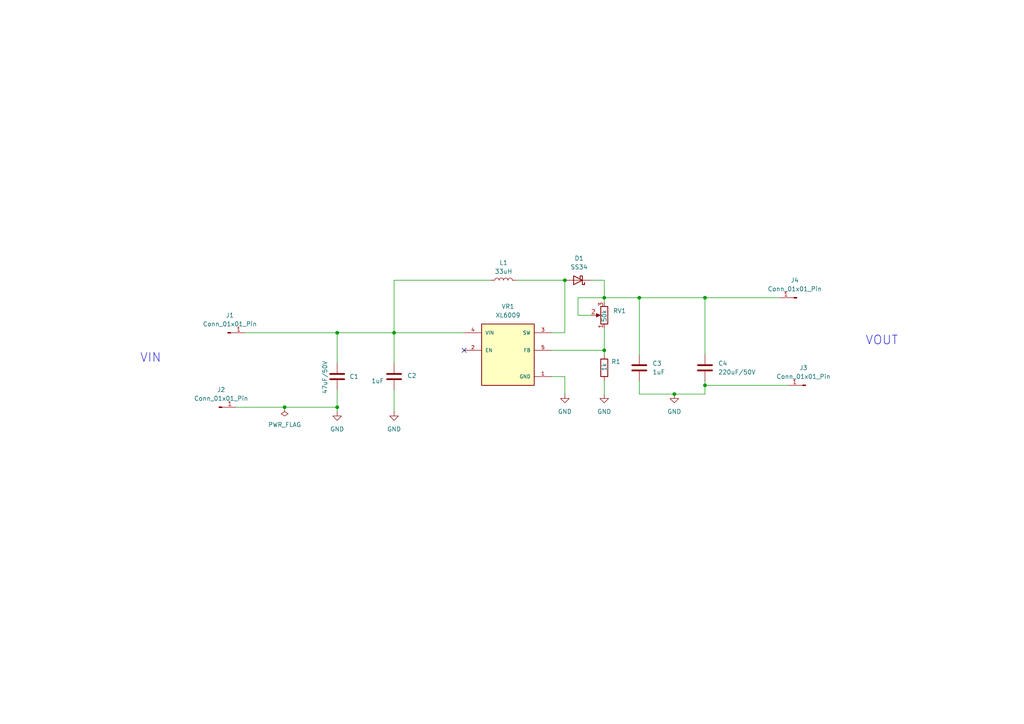
<source format=kicad_sch>
(kicad_sch (version 20250114) (generator "eeschema") (generator_version "9.0")
  (paper "A4")
  (title_block (title "DC-DC Boost Converter") (date "2025-11-24") (comment 1 "By Harshal"))
  (lib_symbols
    (symbol "Connector:Conn_01x01_Pin" (pin_names (offset 1.016) (hide yes))
      (property "Reference" "J" (at 0 2.54 0))
      (property "Value" "Conn_01x01_Pin" (at 0 -2.54 0))
      (symbol "Conn_01x01_Pin_1_1"
        (rectangle (start 0.8636 0.127) (end 0 -0.127) (stroke (width 0.1524)) (fill (type outline)))
        (polyline (pts (xy 1.27 0) (xy 0.8636 0)) (stroke (width 0.1524)))
        (pin passive line (at 5.08 0 180) (length 3.81) (name "Pin_1") (number "1"))
      )
    )
    (symbol "Device:C" (pin_numbers (hide yes)) (pin_names (offset 0.254))
      (property "Reference" "C" (at 0.635 2.54 0))
      (property "Value" "C" (at 0.635 -2.54 0))
      (symbol "C_0_1"
        (polyline (pts (xy -2.032 0.762) (xy 2.032 0.762)) (stroke (width 0.508)))
        (polyline (pts (xy -2.032 -0.762) (xy 2.032 -0.762)) (stroke (width 0.508)))
      )
      (symbol "C_1_1"
        (pin passive line (at 0 3.81 270) (length 2.794) (name "~") (number "1"))
        (pin passive line (at 0 -3.81 90) (length 2.794) (name "~") (number "2"))
      )
    )
    (symbol "Device:L" (pin_numbers (hide yes)) (pin_names (offset 1.016) (hide yes))
      (property "Reference" "L" (at -1.27 0 90))
      (property "Value" "L" (at 1.905 0 90))
      (symbol "L_0_1"
        (arc (start 0 2.54) (mid 0.6323 1.905) (end 0 1.27))
        (arc (start 0 1.27) (mid 0.6323 0.635) (end 0 0))
        (arc (start 0 0) (mid 0.6323 -0.635) (end 0 -1.27))
        (arc (start 0 -1.27) (mid 0.6323 -1.905) (end 0 -2.54))
      )
      (symbol "L_1_1"
        (pin passive line (at 0 3.81 270) (length 1.27) (name "1") (number "1"))
        (pin passive line (at 0 -3.81 90) (length 1.27) (name "2") (number "2"))
      )
    )
    (symbol "Device:R" (pin_numbers (hide yes)) (pin_names (offset 0))
      (property "Reference" "R" (at 2.032 0 90))
      (property "Value" "R" (at 0 0 90))
      (symbol "R_0_1"
        (rectangle (start -1.016 -2.54) (end 1.016 2.54) (stroke (width 0.254)))
      )
      (symbol "R_1_1"
        (pin passive line (at 0 3.81 270) (length 1.27) (name "~") (number "1"))
        (pin passive line (at 0 -3.81 90) (length 1.27) (name "~") (number "2"))
      )
    )
    (symbol "Device:R_Potentiometer" (pin_names (offset 1.016) (hide yes))
      (property "Reference" "RV" (at -4.445 0 90))
      (property "Value" "R_Potentiometer" (at -2.54 0 90))
      (symbol "R_Potentiometer_0_1"
        (rectangle (start 1.016 2.54) (end -1.016 -2.54) (stroke (width 0.254)))
        (polyline (pts (xy 1.143 0) (xy 2.286 0.508) (xy 2.286 -0.508) (xy 1.143 0)) (fill (type outline)))
        (polyline (pts (xy 2.54 0) (xy 1.524 0)))
      )
      (symbol "R_Potentiometer_1_1"
        (pin passive line (at 0 3.81 270) (length 1.27) (name "1") (number "1"))
        (pin passive line (at 0 -3.81 90) (length 1.27) (name "3") (number "3"))
        (pin passive line (at 3.81 0 180) (length 1.27) (name "2") (number "2"))
      )
    )
    (symbol "Diode:SS34" (pin_numbers (hide yes)) (pin_names (offset 1.016) (hide yes))
      (property "Reference" "D" (at 0 2.54 0))
      (property "Value" "SS34" (at 0 -2.54 0))
      (symbol "SS34_0_1"
        (polyline (pts (xy -1.905 0.635) (xy -1.905 1.27) (xy -1.27 1.27) (xy -1.27 -1.27) (xy -0.635 -1.27) (xy -0.635 -0.635)) (stroke (width 0.254)))
        (polyline (pts (xy 1.27 1.27) (xy 1.27 -1.27) (xy -1.27 0) (xy 1.27 1.27)) (stroke (width 0.254)))
        (polyline (pts (xy 1.27 0) (xy -1.27 0)))
      )
      (symbol "SS34_1_1"
        (pin passive line (at -3.81 0 0) (length 2.54) (name "K") (number "1"))
        (pin passive line (at 3.81 0 180) (length 2.54) (name "A") (number "2"))
      )
    )
    (symbol "XL6009:XL6009" (pin_names (offset 1.016))
      (property "Reference" "VR" (at -7.62 8.89 0))
      (property "Value" "XL6009" (at -7.62 -11.43 0))
      (symbol "XL6009_0_0"
        (rectangle (start -7.62 -10.16) (end 7.62 7.62) (stroke (width 0.254)) (fill (type background)))
        (pin input line (at -12.7 5.08 0) (length 5.08) (name "VIN") (number "4"))
        (pin input line (at -12.7 0 0) (length 5.08) (name "EN") (number "2"))
        (pin output line (at 12.7 5.08 180) (length 5.08) (name "SW") (number "3"))
        (pin output line (at 12.7 5.08 180) (length 5.08) (hide yes) (name "SW") (number "6"))
        (pin input line (at 12.7 0 180) (length 5.08) (name "FB") (number "5"))
        (pin power_in line (at 12.7 -7.62 180) (length 5.08) (name "GND") (number "1"))
      )
    )
    (symbol "power:GND" (power) (pin_numbers (hide yes)) (pin_names (offset 0) (hide yes))
      (property "Value" "GND" (at 0 -3.81 0))
      (symbol "GND_0_1"
        (polyline (pts (xy 0 0) (xy 0 -1.27) (xy 1.27 -1.27) (xy 0 -2.54) (xy -1.27 -1.27) (xy 0 -1.27)))
      )
      (symbol "GND_1_1"
        (pin power_in line (at 0 0 270) (length 0) (name "~") (number "1"))
      )
    )
    (symbol "power:PWR_FLAG" (power) (pin_numbers (hide yes)) (pin_names (offset 0) (hide yes))
      (property "Value" "PWR_FLAG" (at 0 3.81 0))
      (symbol "PWR_FLAG_0_0"
        (pin power_out line (at 0 0 90) (length 0) (name "~") (number "1"))
      )
      (symbol "PWR_FLAG_0_1"
        (polyline (pts (xy 0 0) (xy 0 1.27) (xy -1.016 1.905) (xy 0 2.54) (xy 1.016 1.905) (xy 0 1.27)))
      )
    )
  )
  (text "VOUT" (at 255.778 98.806 0) (effects (font (size 2.54 2.54))))
  (text "VIN" (at 43.688 103.886 0) (effects (font (size 2.54 2.54))))
  (junction (at 204.47 86.36))
  (junction (at 82.55 118.11))
  (junction (at 175.26 101.6))
  (junction (at 97.79 118.11))
  (junction (at 204.47 111.76))
  (junction (at 97.79 96.52))
  (junction (at 185.42 86.36))
  (junction (at 163.83 81.28))
  (junction (at 114.3 96.52))
  (junction (at 195.58 114.3))
  (junction (at 175.26 86.36))
  (no_connect (at 134.62 101.6))
  (wire (pts (xy 97.79 96.52) (xy 114.3 96.52)))
  (wire (pts (xy 160.02 101.6) (xy 175.26 101.6)))
  (wire (pts (xy 204.47 111.76) (xy 204.47 114.3)))
  (wire (pts (xy 97.79 105.41) (xy 97.79 96.52)))
  (wire (pts (xy 171.45 81.28) (xy 175.26 81.28)))
  (wire (pts (xy 114.3 96.52) (xy 134.62 96.52)))
  (wire (pts (xy 175.26 81.28) (xy 175.26 86.36)))
  (wire (pts (xy 167.64 86.36) (xy 175.26 86.36)))
  (wire (pts (xy 175.26 114.3) (xy 175.26 110.49)))
  (wire (pts (xy 149.86 81.28) (xy 163.83 81.28)))
  (wire (pts (xy 226.06 86.36) (xy 204.47 86.36)))
  (wire (pts (xy 160.02 96.52) (xy 163.83 96.52)))
  (wire (pts (xy 175.26 86.36) (xy 175.26 87.63)))
  (wire (pts (xy 97.79 119.38) (xy 97.79 118.11)))
  (wire (pts (xy 204.47 86.36) (xy 185.42 86.36)))
  (wire (pts (xy 185.42 110.49) (xy 185.42 114.3)))
  (wire (pts (xy 204.47 102.87) (xy 204.47 86.36)))
  (wire (pts (xy 68.58 118.11) (xy 82.55 118.11)))
  (wire (pts (xy 175.26 95.25) (xy 175.26 101.6)))
  (wire (pts (xy 185.42 86.36) (xy 175.26 86.36)))
  (wire (pts (xy 195.58 114.3) (xy 204.47 114.3)))
  (wire (pts (xy 114.3 119.38) (xy 114.3 113.03)))
  (wire (pts (xy 171.45 91.44) (xy 167.64 91.44)))
  (wire (pts (xy 114.3 105.41) (xy 114.3 96.52)))
  (wire (pts (xy 82.55 118.11) (xy 97.79 118.11)))
  (wire (pts (xy 163.83 96.52) (xy 163.83 81.28)))
  (wire (pts (xy 175.26 101.6) (xy 175.26 102.87)))
  (wire (pts (xy 228.6 111.76) (xy 204.47 111.76)))
  (wire (pts (xy 142.24 81.28) (xy 114.3 81.28)))
  (wire (pts (xy 163.83 114.3) (xy 163.83 109.22)))
  (wire (pts (xy 163.83 109.22) (xy 160.02 109.22)))
  (wire (pts (xy 114.3 81.28) (xy 114.3 96.52)))
  (wire (pts (xy 185.42 114.3) (xy 195.58 114.3)))
  (wire (pts (xy 185.42 102.87) (xy 185.42 86.36)))
  (wire (pts (xy 204.47 110.49) (xy 204.47 111.76)))
  (wire (pts (xy 97.79 118.11) (xy 97.79 113.03)))
  (wire (pts (xy 71.12 96.52) (xy 97.79 96.52)))
  (wire (pts (xy 167.64 91.44) (xy 167.64 86.36)))
  (symbol (lib_id "Connector:Conn_01x01_Pin") (at 66.04 96.52 0) (unit 1)
    (property "Reference" "J1" (at 66.675 91.44 0))
    (property "Value" "Conn_01x01_Pin" (at 66.675 93.98 0))
    (property "Footprint" "Connector_PinHeader_2.54mm:PinHeader_1x01_P2.54mm_Vertical" (effects (hide yes)))
    (property "Description" "Generic connector, single row, 01x01, script generated" (effects (hide yes)))
  )
  (symbol (lib_id "Device:L") (at 146.05 81.28 90) (unit 1)
    (property "Reference" "L1" (at 146.05 76.2 90))
    (property "Value" "33uH" (at 146.05 78.74 90))
    (property "Footprint" "Inductor_SMD:L_12x12mm_H8mm" (effects (hide yes)))
    (property "Description" "Inductor" (effects (hide yes)))
  )
  (symbol (lib_id "power:GND") (at 114.3 119.38 0) (unit 1)
    (property "Reference" "#PWR03" (effects (hide yes)))
    (property "Value" "GND" (at 114.3 124.46 0))
    (property "Description" "Power symbol creates a global label with name \"GND\" , ground" (effects (hide yes)))
  )
  (symbol (lib_id "power:PWR_FLAG") (at 82.55 118.11 180) (unit 1)
    (property "Reference" "#FLG01" (effects (hide yes)))
    (property "Value" "PWR_FLAG" (at 82.55 123.19 0))
    (property "Description" "Special symbol for telling ERC where power comes from" (effects (hide yes)))
  )
  (symbol (lib_id "XL6009:XL6009") (at 147.32 101.6 0) (unit 1)
    (property "Reference" "VR1" (at 147.32 88.9 0))
    (property "Value" "XL6009" (at 147.32 91.44 0))
    (property "Footprint" "XL6009:DPAK170P1435X465-6N" (effects (hide yes)))
    (property "MF" "XLSEMI" (effects (hide yes)))
    (property "MAXIMUM_PACKAGE_HEIGHT" "4.65mm" (effects (hide yes)))
    (property "Package" "TO-263-5L XLSEMI" (effects (hide yes)))
    (property "Price" "None" (effects (hide yes)))
    (property "Check_prices" "https://www.snapeda.com/parts/XL6009/XLSEMI/view-part/?ref=eda" (effects (hide yes)))
    (property "STANDARD" "IPC-7351B" (effects (hide yes)))
    (property "PARTREV" "1.1" (effects (hide yes)))
    (property "SnapEDA_Link" "https://www.snapeda.com/parts/XL6009/XLSEMI/view-part/?ref=snap" (effects (hide yes)))
    (property "MP" "XL6009" (effects (hide yes)))
    (property "Description_1" "The XL6009 regulator is a wide input range, current mode, DC/DC converter which is capable of generating either positive or negative output voltages." (effects (hide yes)))
    (property "Availability" "Not in stock" (effects (hide yes)))
    (property "MANUFACTURER" "XLSEMI" (effects (hide yes)))
  )
  (symbol (lib_id "Device:C") (at 114.3 109.22 0) (unit 1)
    (property "Reference" "C2" (at 118.11 108.966 0) (effects (justify left)))
    (property "Value" "1uF" (at 107.696 110.49 0) (effects (justify left)))
    (property "Footprint" "Capacitor_SMD:C_0805_2012Metric" (effects (hide yes)))
    (property "Description" "Unpolarized capacitor" (effects (hide yes)))
  )
  (symbol (lib_id "power:GND") (at 163.83 114.3 0) (unit 1)
    (property "Reference" "#PWR01" (effects (hide yes)))
    (property "Value" "GND" (at 163.83 119.38 0))
    (property "Description" "Power symbol creates a global label with name \"GND\" , ground" (effects (hide yes)))
  )
  (symbol (lib_id "power:GND") (at 175.26 114.3 0) (unit 1)
    (property "Reference" "#PWR02" (effects (hide yes)))
    (property "Value" "GND" (at 175.26 119.38 0))
    (property "Description" "Power symbol creates a global label with name \"GND\" , ground" (effects (hide yes)))
  )
  (symbol (lib_id "Device:R") (at 175.26 106.68 0) (unit 1)
    (property "Reference" "R1" (at 177.292 104.902 0) (effects (justify left)))
    (property "Value" "1k" (at 175.26 107.696 90) (effects (justify left)))
    (property "Footprint" "Resistor_SMD:R_1206_3216Metric" (effects (hide yes)))
    (property "Description" "Resistor" (effects (hide yes)))
  )
  (symbol (lib_id "Device:R_Potentiometer") (at 175.26 91.44 180) (unit 1)
    (property "Reference" "RV1" (at 177.8 90.1699 0) (effects (justify right)))
    (property "Value" "50k" (at 175.26 93.472 90) (effects (justify right)))
    (property "Footprint" "Potentiometer_THT:Potentiometer_Bourns_3296W_Vertical" (effects (hide yes)))
    (property "Description" "Potentiometer" (effects (hide yes)))
  )
  (symbol (lib_id "Connector:Conn_01x01_Pin") (at 231.14 86.36 180) (unit 1)
    (property "Reference" "J4" (at 230.505 81.28 0))
    (property "Value" "Conn_01x01_Pin" (at 230.505 83.82 0))
    (property "Footprint" "Connector_PinHeader_2.54mm:PinHeader_1x01_P2.54mm_Vertical" (effects (hide yes)))
    (property "Description" "Generic connector, single row, 01x01, script generated" (effects (hide yes)))
  )
  (symbol (lib_id "Device:C") (at 204.47 106.68 0) (unit 1)
    (property "Reference" "C4" (at 208.28 105.4099 0) (effects (justify left)))
    (property "Value" "220uF/50V" (at 208.28 107.9499 0) (effects (justify left)))
    (property "Footprint" "Capacitor_THT:C_Radial_D6.3mm_H11.0mm_P2.50mm" (effects (hide yes)))
    (property "Description" "Unpolarized capacitor" (effects (hide yes)))
  )
  (symbol (lib_id "power:GND") (at 97.79 119.38 0) (unit 1)
    (property "Reference" "#PWR04" (effects (hide yes)))
    (property "Value" "GND" (at 97.79 124.46 0))
    (property "Description" "Power symbol creates a global label with name \"GND\" , ground" (effects (hide yes)))
  )
  (symbol (lib_id "Device:C") (at 185.42 106.68 0) (unit 1)
    (property "Reference" "C3" (at 189.23 105.4099 0) (effects (justify left)))
    (property "Value" "1uF" (at 189.23 107.9499 0) (effects (justify left)))
    (property "Footprint" "Capacitor_SMD:C_0805_2012Metric" (effects (hide yes)))
    (property "Description" "Unpolarized capacitor" (effects (hide yes)))
  )
  (symbol (lib_id "Diode:SS34") (at 167.64 81.28 180) (unit 1)
    (property "Reference" "D1" (at 167.9575 74.93 0))
    (property "Value" "SS34" (at 167.9575 77.47 0))
    (property "Footprint" "Diode_SMD:D_SMA" (effects (hide yes)))
    (property "Datasheet" "https://www.vishay.com/docs/88751/ss32.pdf" (effects (hide yes)))
    (property "Description" "40V 3A Schottky Diode, SMA" (effects (hide yes)))
  )
  (symbol (lib_id "power:GND") (at 195.58 114.3 0) (unit 1)
    (property "Reference" "#PWR06" (effects (hide yes)))
    (property "Value" "GND" (at 195.58 119.38 0))
    (property "Description" "Power symbol creates a global label with name \"GND\" , ground" (effects (hide yes)))
  )
  (symbol (lib_id "Connector:Conn_01x01_Pin") (at 233.68 111.76 180) (unit 1)
    (property "Reference" "J3" (at 233.045 106.68 0))
    (property "Value" "Conn_01x01_Pin" (at 233.045 109.22 0))
    (property "Footprint" "Connector_PinHeader_2.54mm:PinHeader_1x01_P2.54mm_Vertical" (effects (hide yes)))
    (property "Description" "Generic connector, single row, 01x01, script generated" (effects (hide yes)))
  )
  (symbol (lib_id "Device:C") (at 97.79 109.22 0) (unit 1)
    (property "Reference" "C1" (at 101.346 109.22 0) (effects (justify left)))
    (property "Value" "47uF/50V" (at 94.234 114.3 90) (effects (justify left)))
    (property "Footprint" "Capacitor_THT:C_Radial_D6.3mm_H11.0mm_P2.50mm" (effects (hide yes)))
    (property "Description" "Unpolarized capacitor" (effects (hide yes)))
  )
  (symbol (lib_id "Connector:Conn_01x01_Pin") (at 63.5 118.11 0) (unit 1)
    (property "Reference" "J2" (at 64.135 113.03 0))
    (property "Value" "Conn_01x01_Pin" (at 64.135 115.57 0))
    (property "Footprint" "Connector_PinHeader_2.54mm:PinHeader_1x01_P2.54mm_Vertical" (effects (hide yes)))
    (property "Description" "Generic connector, single row, 01x01, script generated" (effects (hide yes)))
  )
)
</source>
